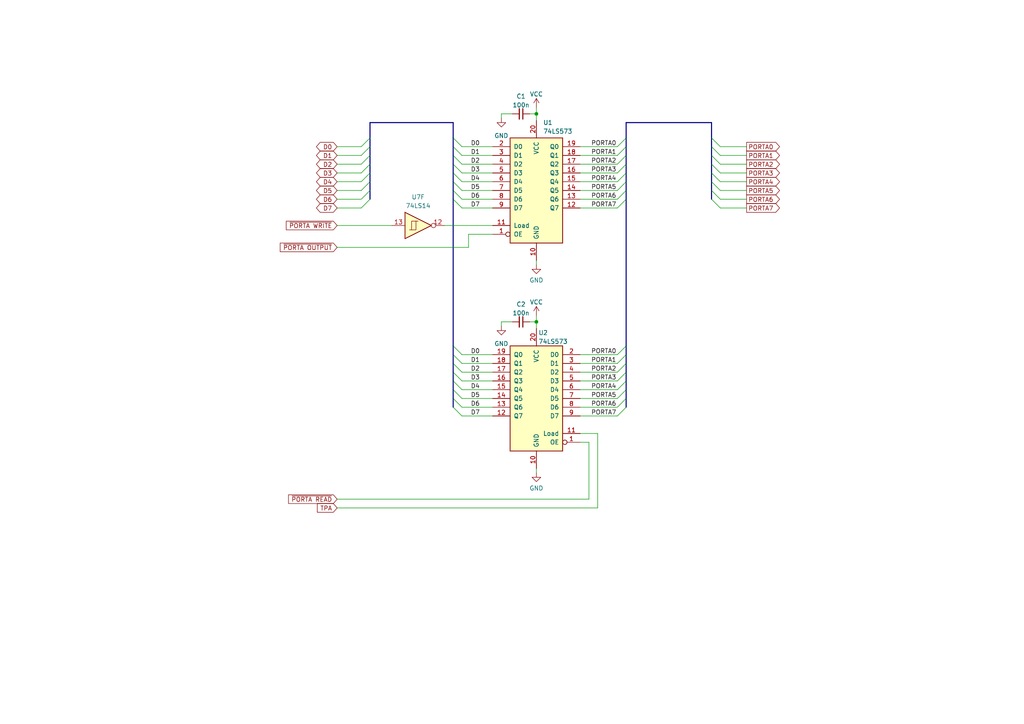
<source format=kicad_sch>
(kicad_sch (version 20230121) (generator eeschema)

  (uuid 5c309221-fd40-4a3f-a436-8cf1388cf367)

  (paper "A4")

  (lib_symbols
    (symbol "74xx:74LS14" (pin_names (offset 1.016)) (in_bom yes) (on_board yes)
      (property "Reference" "U" (at 0 1.27 0)
        (effects (font (size 1.27 1.27)))
      )
      (property "Value" "74LS14" (at 0 -1.27 0)
        (effects (font (size 1.27 1.27)))
      )
      (property "Footprint" "" (at 0 0 0)
        (effects (font (size 1.27 1.27)) hide)
      )
      (property "Datasheet" "http://www.ti.com/lit/gpn/sn74LS14" (at 0 0 0)
        (effects (font (size 1.27 1.27)) hide)
      )
      (property "ki_locked" "" (at 0 0 0)
        (effects (font (size 1.27 1.27)))
      )
      (property "ki_keywords" "TTL not inverter" (at 0 0 0)
        (effects (font (size 1.27 1.27)) hide)
      )
      (property "ki_description" "Hex inverter schmitt trigger" (at 0 0 0)
        (effects (font (size 1.27 1.27)) hide)
      )
      (property "ki_fp_filters" "DIP*W7.62mm*" (at 0 0 0)
        (effects (font (size 1.27 1.27)) hide)
      )
      (symbol "74LS14_1_0"
        (polyline
          (pts
            (xy -3.81 3.81)
            (xy -3.81 -3.81)
            (xy 3.81 0)
            (xy -3.81 3.81)
          )
          (stroke (width 0.254) (type default))
          (fill (type background))
        )
        (pin input line (at -7.62 0 0) (length 3.81)
          (name "~" (effects (font (size 1.27 1.27))))
          (number "1" (effects (font (size 1.27 1.27))))
        )
        (pin output inverted (at 7.62 0 180) (length 3.81)
          (name "~" (effects (font (size 1.27 1.27))))
          (number "2" (effects (font (size 1.27 1.27))))
        )
      )
      (symbol "74LS14_1_1"
        (polyline
          (pts
            (xy -1.905 -1.27)
            (xy -1.905 1.27)
            (xy -0.635 1.27)
          )
          (stroke (width 0) (type default))
          (fill (type none))
        )
        (polyline
          (pts
            (xy -2.54 -1.27)
            (xy -0.635 -1.27)
            (xy -0.635 1.27)
            (xy 0 1.27)
          )
          (stroke (width 0) (type default))
          (fill (type none))
        )
      )
      (symbol "74LS14_2_0"
        (polyline
          (pts
            (xy -3.81 3.81)
            (xy -3.81 -3.81)
            (xy 3.81 0)
            (xy -3.81 3.81)
          )
          (stroke (width 0.254) (type default))
          (fill (type background))
        )
        (pin input line (at -7.62 0 0) (length 3.81)
          (name "~" (effects (font (size 1.27 1.27))))
          (number "3" (effects (font (size 1.27 1.27))))
        )
        (pin output inverted (at 7.62 0 180) (length 3.81)
          (name "~" (effects (font (size 1.27 1.27))))
          (number "4" (effects (font (size 1.27 1.27))))
        )
      )
      (symbol "74LS14_2_1"
        (polyline
          (pts
            (xy -1.905 -1.27)
            (xy -1.905 1.27)
            (xy -0.635 1.27)
          )
          (stroke (width 0) (type default))
          (fill (type none))
        )
        (polyline
          (pts
            (xy -2.54 -1.27)
            (xy -0.635 -1.27)
            (xy -0.635 1.27)
            (xy 0 1.27)
          )
          (stroke (width 0) (type default))
          (fill (type none))
        )
      )
      (symbol "74LS14_3_0"
        (polyline
          (pts
            (xy -3.81 3.81)
            (xy -3.81 -3.81)
            (xy 3.81 0)
            (xy -3.81 3.81)
          )
          (stroke (width 0.254) (type default))
          (fill (type background))
        )
        (pin input line (at -7.62 0 0) (length 3.81)
          (name "~" (effects (font (size 1.27 1.27))))
          (number "5" (effects (font (size 1.27 1.27))))
        )
        (pin output inverted (at 7.62 0 180) (length 3.81)
          (name "~" (effects (font (size 1.27 1.27))))
          (number "6" (effects (font (size 1.27 1.27))))
        )
      )
      (symbol "74LS14_3_1"
        (polyline
          (pts
            (xy -1.905 -1.27)
            (xy -1.905 1.27)
            (xy -0.635 1.27)
          )
          (stroke (width 0) (type default))
          (fill (type none))
        )
        (polyline
          (pts
            (xy -2.54 -1.27)
            (xy -0.635 -1.27)
            (xy -0.635 1.27)
            (xy 0 1.27)
          )
          (stroke (width 0) (type default))
          (fill (type none))
        )
      )
      (symbol "74LS14_4_0"
        (polyline
          (pts
            (xy -3.81 3.81)
            (xy -3.81 -3.81)
            (xy 3.81 0)
            (xy -3.81 3.81)
          )
          (stroke (width 0.254) (type default))
          (fill (type background))
        )
        (pin output inverted (at 7.62 0 180) (length 3.81)
          (name "~" (effects (font (size 1.27 1.27))))
          (number "8" (effects (font (size 1.27 1.27))))
        )
        (pin input line (at -7.62 0 0) (length 3.81)
          (name "~" (effects (font (size 1.27 1.27))))
          (number "9" (effects (font (size 1.27 1.27))))
        )
      )
      (symbol "74LS14_4_1"
        (polyline
          (pts
            (xy -1.905 -1.27)
            (xy -1.905 1.27)
            (xy -0.635 1.27)
          )
          (stroke (width 0) (type default))
          (fill (type none))
        )
        (polyline
          (pts
            (xy -2.54 -1.27)
            (xy -0.635 -1.27)
            (xy -0.635 1.27)
            (xy 0 1.27)
          )
          (stroke (width 0) (type default))
          (fill (type none))
        )
      )
      (symbol "74LS14_5_0"
        (polyline
          (pts
            (xy -3.81 3.81)
            (xy -3.81 -3.81)
            (xy 3.81 0)
            (xy -3.81 3.81)
          )
          (stroke (width 0.254) (type default))
          (fill (type background))
        )
        (pin output inverted (at 7.62 0 180) (length 3.81)
          (name "~" (effects (font (size 1.27 1.27))))
          (number "10" (effects (font (size 1.27 1.27))))
        )
        (pin input line (at -7.62 0 0) (length 3.81)
          (name "~" (effects (font (size 1.27 1.27))))
          (number "11" (effects (font (size 1.27 1.27))))
        )
      )
      (symbol "74LS14_5_1"
        (polyline
          (pts
            (xy -1.905 -1.27)
            (xy -1.905 1.27)
            (xy -0.635 1.27)
          )
          (stroke (width 0) (type default))
          (fill (type none))
        )
        (polyline
          (pts
            (xy -2.54 -1.27)
            (xy -0.635 -1.27)
            (xy -0.635 1.27)
            (xy 0 1.27)
          )
          (stroke (width 0) (type default))
          (fill (type none))
        )
      )
      (symbol "74LS14_6_0"
        (polyline
          (pts
            (xy -3.81 3.81)
            (xy -3.81 -3.81)
            (xy 3.81 0)
            (xy -3.81 3.81)
          )
          (stroke (width 0.254) (type default))
          (fill (type background))
        )
        (pin output inverted (at 7.62 0 180) (length 3.81)
          (name "~" (effects (font (size 1.27 1.27))))
          (number "12" (effects (font (size 1.27 1.27))))
        )
        (pin input line (at -7.62 0 0) (length 3.81)
          (name "~" (effects (font (size 1.27 1.27))))
          (number "13" (effects (font (size 1.27 1.27))))
        )
      )
      (symbol "74LS14_6_1"
        (polyline
          (pts
            (xy -1.905 -1.27)
            (xy -1.905 1.27)
            (xy -0.635 1.27)
          )
          (stroke (width 0) (type default))
          (fill (type none))
        )
        (polyline
          (pts
            (xy -2.54 -1.27)
            (xy -0.635 -1.27)
            (xy -0.635 1.27)
            (xy 0 1.27)
          )
          (stroke (width 0) (type default))
          (fill (type none))
        )
      )
      (symbol "74LS14_7_0"
        (pin power_in line (at 0 12.7 270) (length 5.08)
          (name "VCC" (effects (font (size 1.27 1.27))))
          (number "14" (effects (font (size 1.27 1.27))))
        )
        (pin power_in line (at 0 -12.7 90) (length 5.08)
          (name "GND" (effects (font (size 1.27 1.27))))
          (number "7" (effects (font (size 1.27 1.27))))
        )
      )
      (symbol "74LS14_7_1"
        (rectangle (start -5.08 7.62) (end 5.08 -7.62)
          (stroke (width 0.254) (type default))
          (fill (type background))
        )
      )
    )
    (symbol "74xx:74LS573" (pin_names (offset 1.016)) (in_bom yes) (on_board yes)
      (property "Reference" "U" (at -7.62 16.51 0)
        (effects (font (size 1.27 1.27)))
      )
      (property "Value" "74LS573" (at -7.62 -16.51 0)
        (effects (font (size 1.27 1.27)))
      )
      (property "Footprint" "" (at 0 0 0)
        (effects (font (size 1.27 1.27)) hide)
      )
      (property "Datasheet" "74xx/74hc573.pdf" (at 0 0 0)
        (effects (font (size 1.27 1.27)) hide)
      )
      (property "ki_locked" "" (at 0 0 0)
        (effects (font (size 1.27 1.27)))
      )
      (property "ki_keywords" "TTL DFF DFF8 LATCH 3State" (at 0 0 0)
        (effects (font (size 1.27 1.27)) hide)
      )
      (property "ki_description" "8-bit Latch 3-state outputs" (at 0 0 0)
        (effects (font (size 1.27 1.27)) hide)
      )
      (property "ki_fp_filters" "DIP?20*" (at 0 0 0)
        (effects (font (size 1.27 1.27)) hide)
      )
      (symbol "74LS573_1_0"
        (pin input inverted (at -12.7 -12.7 0) (length 5.08)
          (name "OE" (effects (font (size 1.27 1.27))))
          (number "1" (effects (font (size 1.27 1.27))))
        )
        (pin power_in line (at 0 -20.32 90) (length 5.08)
          (name "GND" (effects (font (size 1.27 1.27))))
          (number "10" (effects (font (size 1.27 1.27))))
        )
        (pin input line (at -12.7 -10.16 0) (length 5.08)
          (name "Load" (effects (font (size 1.27 1.27))))
          (number "11" (effects (font (size 1.27 1.27))))
        )
        (pin tri_state line (at 12.7 -5.08 180) (length 5.08)
          (name "Q7" (effects (font (size 1.27 1.27))))
          (number "12" (effects (font (size 1.27 1.27))))
        )
        (pin tri_state line (at 12.7 -2.54 180) (length 5.08)
          (name "Q6" (effects (font (size 1.27 1.27))))
          (number "13" (effects (font (size 1.27 1.27))))
        )
        (pin tri_state line (at 12.7 0 180) (length 5.08)
          (name "Q5" (effects (font (size 1.27 1.27))))
          (number "14" (effects (font (size 1.27 1.27))))
        )
        (pin tri_state line (at 12.7 2.54 180) (length 5.08)
          (name "Q4" (effects (font (size 1.27 1.27))))
          (number "15" (effects (font (size 1.27 1.27))))
        )
        (pin tri_state line (at 12.7 5.08 180) (length 5.08)
          (name "Q3" (effects (font (size 1.27 1.27))))
          (number "16" (effects (font (size 1.27 1.27))))
        )
        (pin tri_state line (at 12.7 7.62 180) (length 5.08)
          (name "Q2" (effects (font (size 1.27 1.27))))
          (number "17" (effects (font (size 1.27 1.27))))
        )
        (pin tri_state line (at 12.7 10.16 180) (length 5.08)
          (name "Q1" (effects (font (size 1.27 1.27))))
          (number "18" (effects (font (size 1.27 1.27))))
        )
        (pin tri_state line (at 12.7 12.7 180) (length 5.08)
          (name "Q0" (effects (font (size 1.27 1.27))))
          (number "19" (effects (font (size 1.27 1.27))))
        )
        (pin input line (at -12.7 12.7 0) (length 5.08)
          (name "D0" (effects (font (size 1.27 1.27))))
          (number "2" (effects (font (size 1.27 1.27))))
        )
        (pin power_in line (at 0 20.32 270) (length 5.08)
          (name "VCC" (effects (font (size 1.27 1.27))))
          (number "20" (effects (font (size 1.27 1.27))))
        )
        (pin input line (at -12.7 10.16 0) (length 5.08)
          (name "D1" (effects (font (size 1.27 1.27))))
          (number "3" (effects (font (size 1.27 1.27))))
        )
        (pin input line (at -12.7 7.62 0) (length 5.08)
          (name "D2" (effects (font (size 1.27 1.27))))
          (number "4" (effects (font (size 1.27 1.27))))
        )
        (pin input line (at -12.7 5.08 0) (length 5.08)
          (name "D3" (effects (font (size 1.27 1.27))))
          (number "5" (effects (font (size 1.27 1.27))))
        )
        (pin input line (at -12.7 2.54 0) (length 5.08)
          (name "D4" (effects (font (size 1.27 1.27))))
          (number "6" (effects (font (size 1.27 1.27))))
        )
        (pin input line (at -12.7 0 0) (length 5.08)
          (name "D5" (effects (font (size 1.27 1.27))))
          (number "7" (effects (font (size 1.27 1.27))))
        )
        (pin input line (at -12.7 -2.54 0) (length 5.08)
          (name "D6" (effects (font (size 1.27 1.27))))
          (number "8" (effects (font (size 1.27 1.27))))
        )
        (pin input line (at -12.7 -5.08 0) (length 5.08)
          (name "D7" (effects (font (size 1.27 1.27))))
          (number "9" (effects (font (size 1.27 1.27))))
        )
      )
      (symbol "74LS573_1_1"
        (rectangle (start -7.62 15.24) (end 7.62 -15.24)
          (stroke (width 0.254) (type default))
          (fill (type background))
        )
      )
    )
    (symbol "Device:C_Small" (pin_numbers hide) (pin_names (offset 0.254) hide) (in_bom yes) (on_board yes)
      (property "Reference" "C" (at 0.254 1.778 0)
        (effects (font (size 1.27 1.27)) (justify left))
      )
      (property "Value" "C_Small" (at 0.254 -2.032 0)
        (effects (font (size 1.27 1.27)) (justify left))
      )
      (property "Footprint" "" (at 0 0 0)
        (effects (font (size 1.27 1.27)) hide)
      )
      (property "Datasheet" "~" (at 0 0 0)
        (effects (font (size 1.27 1.27)) hide)
      )
      (property "ki_keywords" "capacitor cap" (at 0 0 0)
        (effects (font (size 1.27 1.27)) hide)
      )
      (property "ki_description" "Unpolarized capacitor, small symbol" (at 0 0 0)
        (effects (font (size 1.27 1.27)) hide)
      )
      (property "ki_fp_filters" "C_*" (at 0 0 0)
        (effects (font (size 1.27 1.27)) hide)
      )
      (symbol "C_Small_0_1"
        (polyline
          (pts
            (xy -1.524 -0.508)
            (xy 1.524 -0.508)
          )
          (stroke (width 0.3302) (type default))
          (fill (type none))
        )
        (polyline
          (pts
            (xy -1.524 0.508)
            (xy 1.524 0.508)
          )
          (stroke (width 0.3048) (type default))
          (fill (type none))
        )
      )
      (symbol "C_Small_1_1"
        (pin passive line (at 0 2.54 270) (length 2.032)
          (name "~" (effects (font (size 1.27 1.27))))
          (number "1" (effects (font (size 1.27 1.27))))
        )
        (pin passive line (at 0 -2.54 90) (length 2.032)
          (name "~" (effects (font (size 1.27 1.27))))
          (number "2" (effects (font (size 1.27 1.27))))
        )
      )
    )
    (symbol "power:GND" (power) (pin_names (offset 0)) (in_bom yes) (on_board yes)
      (property "Reference" "#PWR" (at 0 -6.35 0)
        (effects (font (size 1.27 1.27)) hide)
      )
      (property "Value" "GND" (at 0 -3.81 0)
        (effects (font (size 1.27 1.27)))
      )
      (property "Footprint" "" (at 0 0 0)
        (effects (font (size 1.27 1.27)) hide)
      )
      (property "Datasheet" "" (at 0 0 0)
        (effects (font (size 1.27 1.27)) hide)
      )
      (property "ki_keywords" "global power" (at 0 0 0)
        (effects (font (size 1.27 1.27)) hide)
      )
      (property "ki_description" "Power symbol creates a global label with name \"GND\" , ground" (at 0 0 0)
        (effects (font (size 1.27 1.27)) hide)
      )
      (symbol "GND_0_1"
        (polyline
          (pts
            (xy 0 0)
            (xy 0 -1.27)
            (xy 1.27 -1.27)
            (xy 0 -2.54)
            (xy -1.27 -1.27)
            (xy 0 -1.27)
          )
          (stroke (width 0) (type default))
          (fill (type none))
        )
      )
      (symbol "GND_1_1"
        (pin power_in line (at 0 0 270) (length 0) hide
          (name "GND" (effects (font (size 1.27 1.27))))
          (number "1" (effects (font (size 1.27 1.27))))
        )
      )
    )
    (symbol "power:VCC" (power) (pin_names (offset 0)) (in_bom yes) (on_board yes)
      (property "Reference" "#PWR" (at 0 -3.81 0)
        (effects (font (size 1.27 1.27)) hide)
      )
      (property "Value" "VCC" (at 0 3.81 0)
        (effects (font (size 1.27 1.27)))
      )
      (property "Footprint" "" (at 0 0 0)
        (effects (font (size 1.27 1.27)) hide)
      )
      (property "Datasheet" "" (at 0 0 0)
        (effects (font (size 1.27 1.27)) hide)
      )
      (property "ki_keywords" "global power" (at 0 0 0)
        (effects (font (size 1.27 1.27)) hide)
      )
      (property "ki_description" "Power symbol creates a global label with name \"VCC\"" (at 0 0 0)
        (effects (font (size 1.27 1.27)) hide)
      )
      (symbol "VCC_0_1"
        (polyline
          (pts
            (xy -0.762 1.27)
            (xy 0 2.54)
          )
          (stroke (width 0) (type default))
          (fill (type none))
        )
        (polyline
          (pts
            (xy 0 0)
            (xy 0 2.54)
          )
          (stroke (width 0) (type default))
          (fill (type none))
        )
        (polyline
          (pts
            (xy 0 2.54)
            (xy 0.762 1.27)
          )
          (stroke (width 0) (type default))
          (fill (type none))
        )
      )
      (symbol "VCC_1_1"
        (pin power_in line (at 0 0 90) (length 0) hide
          (name "VCC" (effects (font (size 1.27 1.27))))
          (number "1" (effects (font (size 1.27 1.27))))
        )
      )
    )
  )

  (junction (at 155.575 93.345) (diameter 0) (color 0 0 0 0)
    (uuid 58357c06-5378-4bdb-a0e1-8c13c2c3b92c)
  )
  (junction (at 155.575 33.02) (diameter 0) (color 0 0 0 0)
    (uuid 5e8f1e8a-e5e4-4788-ac67-fe1792843e70)
  )

  (bus_entry (at 206.375 50.165) (size 2.54 2.54)
    (stroke (width 0) (type default))
    (uuid 0116fbea-65ff-4529-88a5-e6d0160043e4)
  )
  (bus_entry (at 107.315 55.245) (size -2.54 2.54)
    (stroke (width 0) (type default))
    (uuid 074df98d-f20d-4994-8975-57ea0fcebadc)
  )
  (bus_entry (at 181.61 47.625) (size -2.54 2.54)
    (stroke (width 0) (type default))
    (uuid 0835949a-3c26-4fca-a526-e931f6408710)
  )
  (bus_entry (at 181.61 100.33) (size -2.54 2.54)
    (stroke (width 0) (type default))
    (uuid 0fe167cf-f0ba-4f3c-8bed-66e641072fdf)
  )
  (bus_entry (at 131.445 55.245) (size 2.54 2.54)
    (stroke (width 0) (type default))
    (uuid 13d1f117-32af-45fd-b219-49e8e6533059)
  )
  (bus_entry (at 181.61 42.545) (size -2.54 2.54)
    (stroke (width 0) (type default))
    (uuid 1ae27835-d1c2-47ff-a457-67c853de7e89)
  )
  (bus_entry (at 181.61 50.165) (size -2.54 2.54)
    (stroke (width 0) (type default))
    (uuid 2044b4f6-e252-4687-93d4-22617563ce8a)
  )
  (bus_entry (at 131.445 52.705) (size 2.54 2.54)
    (stroke (width 0) (type default))
    (uuid 265e1c43-7fa1-4b4f-b7f9-0a57020f3fad)
  )
  (bus_entry (at 181.61 57.785) (size -2.54 2.54)
    (stroke (width 0) (type default))
    (uuid 37c59ea4-a80d-40d5-b84e-3bbfc721b991)
  )
  (bus_entry (at 131.445 105.41) (size 2.54 2.54)
    (stroke (width 0) (type default))
    (uuid 3a855bc7-0c87-4afc-a47a-771a65a7fac4)
  )
  (bus_entry (at 206.375 42.545) (size 2.54 2.54)
    (stroke (width 0) (type default))
    (uuid 46433902-35ad-4d9b-8314-1a999ace49e7)
  )
  (bus_entry (at 131.445 47.625) (size 2.54 2.54)
    (stroke (width 0) (type default))
    (uuid 47b0f592-a59b-4e82-92f1-c9a389ced8bd)
  )
  (bus_entry (at 131.445 50.165) (size 2.54 2.54)
    (stroke (width 0) (type default))
    (uuid 4ecc69d2-ddef-41e9-a254-1abf847f3373)
  )
  (bus_entry (at 131.445 42.545) (size 2.54 2.54)
    (stroke (width 0) (type default))
    (uuid 56e19dfb-9481-42f5-9913-966d535ba751)
  )
  (bus_entry (at 181.61 102.87) (size -2.54 2.54)
    (stroke (width 0) (type default))
    (uuid 5e3d383a-bafc-4af9-8d24-5bc2e2293a6e)
  )
  (bus_entry (at 131.445 40.005) (size 2.54 2.54)
    (stroke (width 0) (type default))
    (uuid 600c7722-a2b4-4dd6-865b-5daca955405c)
  )
  (bus_entry (at 107.315 40.005) (size -2.54 2.54)
    (stroke (width 0) (type default))
    (uuid 67b42a8f-286d-4841-badb-c9f8559431eb)
  )
  (bus_entry (at 131.445 102.87) (size 2.54 2.54)
    (stroke (width 0) (type default))
    (uuid 711e8e07-a2f3-4fd3-96e9-adfe22cccbf9)
  )
  (bus_entry (at 131.445 100.33) (size 2.54 2.54)
    (stroke (width 0) (type default))
    (uuid 7718c334-d9ba-4541-b7b0-dadb6e1d7c3d)
  )
  (bus_entry (at 206.375 40.005) (size 2.54 2.54)
    (stroke (width 0) (type default))
    (uuid 7cb5b198-5a82-4fba-a27e-90c168f2d378)
  )
  (bus_entry (at 131.445 107.95) (size 2.54 2.54)
    (stroke (width 0) (type default))
    (uuid 7e207304-c7b6-4f55-95ff-5b0275a2a21c)
  )
  (bus_entry (at 131.445 115.57) (size 2.54 2.54)
    (stroke (width 0) (type default))
    (uuid 7fbb467a-0aed-475c-b8ac-046454456370)
  )
  (bus_entry (at 181.61 55.245) (size -2.54 2.54)
    (stroke (width 0) (type default))
    (uuid 7fea30c2-0361-4935-b176-e450849441ab)
  )
  (bus_entry (at 181.61 52.705) (size -2.54 2.54)
    (stroke (width 0) (type default))
    (uuid 84e80188-0a37-4d99-87f2-b4a5ee64e5a4)
  )
  (bus_entry (at 131.445 118.11) (size 2.54 2.54)
    (stroke (width 0) (type default))
    (uuid 8f46a7fc-5271-428c-a18e-1411d0c7f2d6)
  )
  (bus_entry (at 107.315 47.625) (size -2.54 2.54)
    (stroke (width 0) (type default))
    (uuid 93de9c19-d9d1-4b89-a7df-0e77a873239e)
  )
  (bus_entry (at 107.315 42.545) (size -2.54 2.54)
    (stroke (width 0) (type default))
    (uuid 94b9030f-4cdb-4839-919a-5741fb11cdbc)
  )
  (bus_entry (at 181.61 105.41) (size -2.54 2.54)
    (stroke (width 0) (type default))
    (uuid 954e0c03-f100-4abf-a451-61c82ce6d843)
  )
  (bus_entry (at 181.61 115.57) (size -2.54 2.54)
    (stroke (width 0) (type default))
    (uuid 9db75c8b-5bd5-4d16-b3a0-9c8bd7baf0d6)
  )
  (bus_entry (at 107.315 45.085) (size -2.54 2.54)
    (stroke (width 0) (type default))
    (uuid a4a3379d-d678-4456-88b9-70d31ac8e2e0)
  )
  (bus_entry (at 181.61 45.085) (size -2.54 2.54)
    (stroke (width 0) (type default))
    (uuid a532b8b6-3e92-4e07-8248-14cd8b705903)
  )
  (bus_entry (at 131.445 45.085) (size 2.54 2.54)
    (stroke (width 0) (type default))
    (uuid ae379953-9d74-4b4b-a1e8-278ce47d7c6d)
  )
  (bus_entry (at 206.375 45.085) (size 2.54 2.54)
    (stroke (width 0) (type default))
    (uuid b4050b62-8670-4926-bca9-848eb8afb55a)
  )
  (bus_entry (at 206.375 55.245) (size 2.54 2.54)
    (stroke (width 0) (type default))
    (uuid b987b1ca-118b-41dd-a09a-67b2c04e17bc)
  )
  (bus_entry (at 206.375 57.785) (size 2.54 2.54)
    (stroke (width 0) (type default))
    (uuid bf26f1a5-5351-4434-8cd7-cac70594fcb8)
  )
  (bus_entry (at 107.315 50.165) (size -2.54 2.54)
    (stroke (width 0) (type default))
    (uuid c6489a99-d6b5-440d-a721-8f715d84ded9)
  )
  (bus_entry (at 107.315 52.705) (size -2.54 2.54)
    (stroke (width 0) (type default))
    (uuid c701007b-7bfa-4992-975d-0eeecab74e7d)
  )
  (bus_entry (at 181.61 118.11) (size -2.54 2.54)
    (stroke (width 0) (type default))
    (uuid d0f30295-29d3-49cc-b4da-9e06ce6f1e9b)
  )
  (bus_entry (at 107.315 57.785) (size -2.54 2.54)
    (stroke (width 0) (type default))
    (uuid db31c9f1-e48b-4a19-b7c1-b8bb5fe88c72)
  )
  (bus_entry (at 206.375 47.625) (size 2.54 2.54)
    (stroke (width 0) (type default))
    (uuid dd076491-761d-46b9-a133-b8d8f57be655)
  )
  (bus_entry (at 206.375 52.705) (size 2.54 2.54)
    (stroke (width 0) (type default))
    (uuid dfdaf921-7e89-4cdb-9a3d-80e2e7ca797e)
  )
  (bus_entry (at 181.61 110.49) (size -2.54 2.54)
    (stroke (width 0) (type default))
    (uuid e4ee40cd-faa1-4b5d-8b08-9cfd07c90039)
  )
  (bus_entry (at 181.61 40.005) (size -2.54 2.54)
    (stroke (width 0) (type default))
    (uuid f01fb019-65eb-4f2f-9fec-9bd094239df2)
  )
  (bus_entry (at 131.445 113.03) (size 2.54 2.54)
    (stroke (width 0) (type default))
    (uuid f28784f3-5a64-4539-84db-b921d5ae45e9)
  )
  (bus_entry (at 131.445 57.785) (size 2.54 2.54)
    (stroke (width 0) (type default))
    (uuid f28d0dd3-a72d-455c-99ea-09fdb9d9e2ac)
  )
  (bus_entry (at 181.61 113.03) (size -2.54 2.54)
    (stroke (width 0) (type default))
    (uuid f3f64e1c-5868-4321-8e2b-dcb36137255a)
  )
  (bus_entry (at 131.445 110.49) (size 2.54 2.54)
    (stroke (width 0) (type default))
    (uuid f61cc8fc-d794-4e91-96dc-56cb463a5d25)
  )
  (bus_entry (at 181.61 107.95) (size -2.54 2.54)
    (stroke (width 0) (type default))
    (uuid f84723fa-9885-456a-b9f4-a22573c5a388)
  )

  (wire (pts (xy 155.575 135.89) (xy 155.575 137.16))
    (stroke (width 0) (type default))
    (uuid 0071dd2f-fb4f-4949-99c9-20a1fe803c25)
  )
  (wire (pts (xy 135.89 67.945) (xy 135.89 71.755))
    (stroke (width 0) (type default))
    (uuid 023008cd-19ce-4985-b5c1-7eb33fc0d83c)
  )
  (bus (pts (xy 206.375 50.165) (xy 206.375 52.705))
    (stroke (width 0) (type default))
    (uuid 0317dacc-7fc6-4eb2-99ca-ea25118ef269)
  )
  (bus (pts (xy 181.61 107.95) (xy 181.61 105.41))
    (stroke (width 0) (type default))
    (uuid 04135423-9a47-4554-a04b-89fd7e667bbd)
  )

  (wire (pts (xy 133.985 115.57) (xy 142.875 115.57))
    (stroke (width 0) (type default))
    (uuid 05bdd428-34aa-41bc-b884-91bf5adfdf0f)
  )
  (wire (pts (xy 145.415 93.345) (xy 145.415 94.615))
    (stroke (width 0) (type default))
    (uuid 084adac5-1f1d-428e-9092-d82228c52b7e)
  )
  (bus (pts (xy 107.315 45.085) (xy 107.315 47.625))
    (stroke (width 0) (type default))
    (uuid 0c7427f0-b18f-4aa9-b2b7-7ef3de548d17)
  )

  (wire (pts (xy 168.275 50.165) (xy 179.07 50.165))
    (stroke (width 0) (type default))
    (uuid 0d0a1a10-96ba-4cca-be49-dcf46a0e331e)
  )
  (bus (pts (xy 181.61 35.56) (xy 206.375 35.56))
    (stroke (width 0) (type default))
    (uuid 0e63c946-f6f1-4ce4-a048-bde84c02bcf1)
  )

  (wire (pts (xy 97.79 147.32) (xy 173.355 147.32))
    (stroke (width 0) (type default))
    (uuid 0eabb9ff-4144-4bba-8500-251535a2a736)
  )
  (wire (pts (xy 133.985 57.785) (xy 142.875 57.785))
    (stroke (width 0) (type default))
    (uuid 10349372-9ded-4c99-a021-7b375557f360)
  )
  (wire (pts (xy 168.275 55.245) (xy 179.07 55.245))
    (stroke (width 0) (type default))
    (uuid 104f978f-8b34-4ff4-a69e-766a87024e64)
  )
  (bus (pts (xy 131.445 42.545) (xy 131.445 40.005))
    (stroke (width 0) (type default))
    (uuid 1a8e5c1b-a8d0-412e-a00b-4593962c47d5)
  )
  (bus (pts (xy 131.445 35.56) (xy 107.315 35.56))
    (stroke (width 0) (type default))
    (uuid 1d8312d2-f06a-4e45-86c6-db8a283981e5)
  )

  (wire (pts (xy 133.985 42.545) (xy 142.875 42.545))
    (stroke (width 0) (type default))
    (uuid 2042f1fc-59b0-4b1d-9185-89a63c8b8863)
  )
  (wire (pts (xy 168.275 52.705) (xy 179.07 52.705))
    (stroke (width 0) (type default))
    (uuid 23bb2d93-bcab-493e-b45a-433e153bdf16)
  )
  (bus (pts (xy 131.445 107.95) (xy 131.445 105.41))
    (stroke (width 0) (type default))
    (uuid 251ca653-6e7c-4cae-a62f-f216230d6337)
  )

  (wire (pts (xy 153.67 93.345) (xy 155.575 93.345))
    (stroke (width 0) (type default))
    (uuid 25434226-7b6f-4128-b5a9-647f9d4cd5d5)
  )
  (wire (pts (xy 168.275 110.49) (xy 179.07 110.49))
    (stroke (width 0) (type default))
    (uuid 2543d688-2a0c-4d47-9e99-174cc67751d9)
  )
  (wire (pts (xy 133.985 105.41) (xy 142.875 105.41))
    (stroke (width 0) (type default))
    (uuid 27d3d6e5-7e1d-4e81-9d32-ba1c709b60af)
  )
  (bus (pts (xy 131.445 57.785) (xy 131.445 55.245))
    (stroke (width 0) (type default))
    (uuid 2b5dbb0a-58aa-4fa0-be1e-d9a0fc09e665)
  )
  (bus (pts (xy 107.315 42.545) (xy 107.315 45.085))
    (stroke (width 0) (type default))
    (uuid 2badcd45-2401-455f-9004-629218e04456)
  )
  (bus (pts (xy 131.445 40.005) (xy 131.445 35.56))
    (stroke (width 0) (type default))
    (uuid 2e742da5-ceec-4fa6-80ff-28f8afd2b6e7)
  )

  (wire (pts (xy 153.67 33.02) (xy 155.575 33.02))
    (stroke (width 0) (type default))
    (uuid 2f950c2b-c8eb-4d9b-94f2-4c5c9193c011)
  )
  (wire (pts (xy 133.985 118.11) (xy 142.875 118.11))
    (stroke (width 0) (type default))
    (uuid 3331ef80-aa96-426f-966c-c811a012fc7a)
  )
  (wire (pts (xy 133.985 55.245) (xy 142.875 55.245))
    (stroke (width 0) (type default))
    (uuid 3945599a-0778-4550-bacf-74420932b5c7)
  )
  (wire (pts (xy 97.79 52.705) (xy 104.775 52.705))
    (stroke (width 0) (type default))
    (uuid 3a17da4f-d5ee-4eda-92c0-d0af902fd1ce)
  )
  (bus (pts (xy 181.61 110.49) (xy 181.61 107.95))
    (stroke (width 0) (type default))
    (uuid 41e5139f-d821-4b94-b139-2ba451011532)
  )
  (bus (pts (xy 181.61 105.41) (xy 181.61 102.87))
    (stroke (width 0) (type default))
    (uuid 41f1ecf1-2cb7-4ba6-a1ec-a6c985a82885)
  )
  (bus (pts (xy 181.61 52.705) (xy 181.61 50.165))
    (stroke (width 0) (type default))
    (uuid 4609b11f-43a1-4e1a-b3a2-4709e2bb5dcf)
  )
  (bus (pts (xy 181.61 113.03) (xy 181.61 110.49))
    (stroke (width 0) (type default))
    (uuid 488c515d-986f-4913-894a-e000604e85d3)
  )
  (bus (pts (xy 181.61 50.165) (xy 181.61 47.625))
    (stroke (width 0) (type default))
    (uuid 49daa977-f70f-496a-bc09-b762b61b3296)
  )

  (wire (pts (xy 97.79 65.405) (xy 113.665 65.405))
    (stroke (width 0) (type default))
    (uuid 4d60e4b7-dc0b-4e00-8fe9-972eeb7b9c1d)
  )
  (wire (pts (xy 208.915 55.245) (xy 216.535 55.245))
    (stroke (width 0) (type default))
    (uuid 508d2b1d-47bd-49b9-aa3d-fc9fb0b37fbe)
  )
  (bus (pts (xy 131.445 110.49) (xy 131.445 107.95))
    (stroke (width 0) (type default))
    (uuid 52604feb-1285-4427-8705-626e4b062d22)
  )
  (bus (pts (xy 181.61 47.625) (xy 181.61 45.085))
    (stroke (width 0) (type default))
    (uuid 560088c1-1e7c-4ea3-93fc-d5b6885a56f3)
  )
  (bus (pts (xy 131.445 100.33) (xy 131.445 57.785))
    (stroke (width 0) (type default))
    (uuid 5630b1d5-ade2-433a-8e64-9844d0a20342)
  )

  (wire (pts (xy 168.275 107.95) (xy 179.07 107.95))
    (stroke (width 0) (type default))
    (uuid 578667eb-10ce-4035-8dd1-98ad290d74e1)
  )
  (bus (pts (xy 206.375 52.705) (xy 206.375 55.245))
    (stroke (width 0) (type default))
    (uuid 5c77b9cd-b349-4d61-9651-a8cf03b948a8)
  )

  (wire (pts (xy 97.79 47.625) (xy 104.775 47.625))
    (stroke (width 0) (type default))
    (uuid 5d7ddb99-997b-4b36-a30d-f52c33f2bfe4)
  )
  (bus (pts (xy 131.445 47.625) (xy 131.445 45.085))
    (stroke (width 0) (type default))
    (uuid 601a5fb3-41ee-4e2c-b77c-0bbe39e3a0d1)
  )

  (wire (pts (xy 145.415 33.02) (xy 145.415 34.29))
    (stroke (width 0) (type default))
    (uuid 61c6dec4-5a6f-4360-8865-84e227c698a6)
  )
  (wire (pts (xy 128.905 65.405) (xy 142.875 65.405))
    (stroke (width 0) (type default))
    (uuid 66a4fcee-a3ce-4c81-82eb-5708831d9273)
  )
  (bus (pts (xy 107.315 55.245) (xy 107.315 57.785))
    (stroke (width 0) (type default))
    (uuid 677ab86a-189c-435f-ae83-ea29db584915)
  )
  (bus (pts (xy 181.61 42.545) (xy 181.61 40.005))
    (stroke (width 0) (type default))
    (uuid 699623b4-c23d-4119-92c1-4b50343b5d35)
  )
  (bus (pts (xy 181.61 57.785) (xy 181.61 55.245))
    (stroke (width 0) (type default))
    (uuid 6d5f5549-72cc-4b0d-ac33-c19c2bdb62d3)
  )

  (wire (pts (xy 148.59 33.02) (xy 145.415 33.02))
    (stroke (width 0) (type default))
    (uuid 6e72dda9-3e16-45de-88fa-1847e3cd8da4)
  )
  (bus (pts (xy 131.445 55.245) (xy 131.445 52.705))
    (stroke (width 0) (type default))
    (uuid 77aceea8-5006-4eab-aba5-7eea90c78c5a)
  )

  (wire (pts (xy 155.575 33.02) (xy 155.575 34.925))
    (stroke (width 0) (type default))
    (uuid 77ddb610-6e5f-4e95-9b3a-03e6b04823bf)
  )
  (bus (pts (xy 107.315 40.005) (xy 107.315 42.545))
    (stroke (width 0) (type default))
    (uuid 79de1b04-562d-49fc-a5c6-16bfa72cb71d)
  )
  (bus (pts (xy 131.445 113.03) (xy 131.445 110.49))
    (stroke (width 0) (type default))
    (uuid 7a1bb58e-0fae-4c66-8556-8e97c183c8f1)
  )
  (bus (pts (xy 107.315 50.165) (xy 107.315 52.705))
    (stroke (width 0) (type default))
    (uuid 7b540eae-f887-45b1-82a4-1420b26d3a72)
  )

  (wire (pts (xy 168.275 115.57) (xy 179.07 115.57))
    (stroke (width 0) (type default))
    (uuid 7c6a0524-0deb-4377-9edc-eea5fff48752)
  )
  (wire (pts (xy 133.985 110.49) (xy 142.875 110.49))
    (stroke (width 0) (type default))
    (uuid 7d85c9d3-eaa7-42e2-8a7f-29099d608b16)
  )
  (wire (pts (xy 133.985 60.325) (xy 142.875 60.325))
    (stroke (width 0) (type default))
    (uuid 7ff9bea8-0730-4a72-be25-3b9c41dc4c5a)
  )
  (bus (pts (xy 181.61 100.33) (xy 181.61 57.785))
    (stroke (width 0) (type default))
    (uuid 80420c8d-524e-4804-b457-43a4fc551958)
  )
  (bus (pts (xy 206.375 55.245) (xy 206.375 57.785))
    (stroke (width 0) (type default))
    (uuid 8094a4f0-a483-411b-bbbb-50e01ac2c85f)
  )
  (bus (pts (xy 206.375 47.625) (xy 206.375 50.165))
    (stroke (width 0) (type default))
    (uuid 8342fba2-a3e4-4c2e-9daa-9dd786e902af)
  )

  (wire (pts (xy 133.985 45.085) (xy 142.875 45.085))
    (stroke (width 0) (type default))
    (uuid 867591b9-ac77-4042-b5f4-fe7cd4c38394)
  )
  (wire (pts (xy 155.575 31.115) (xy 155.575 33.02))
    (stroke (width 0) (type default))
    (uuid 868e3ff9-620c-46d5-aaa1-f46c94cada04)
  )
  (wire (pts (xy 168.275 47.625) (xy 179.07 47.625))
    (stroke (width 0) (type default))
    (uuid 89c679fd-4e14-4889-86b2-1001e267d462)
  )
  (wire (pts (xy 97.79 55.245) (xy 104.775 55.245))
    (stroke (width 0) (type default))
    (uuid 8b877b3d-def4-45a0-91a7-4970961f6bfd)
  )
  (wire (pts (xy 133.985 113.03) (xy 142.875 113.03))
    (stroke (width 0) (type default))
    (uuid 8bcea8ee-6df5-4d58-aad5-9134e79528c5)
  )
  (bus (pts (xy 131.445 115.57) (xy 131.445 113.03))
    (stroke (width 0) (type default))
    (uuid 8d45720a-c64a-493c-ae71-aecb5a8879af)
  )

  (wire (pts (xy 168.275 60.325) (xy 179.07 60.325))
    (stroke (width 0) (type default))
    (uuid 8ec6ce98-10e7-4bf8-8c61-6a6431b1e5b4)
  )
  (bus (pts (xy 131.445 50.165) (xy 131.445 47.625))
    (stroke (width 0) (type default))
    (uuid 8f2f1e89-f2b3-44c2-bb88-879c47ea078f)
  )

  (wire (pts (xy 208.915 42.545) (xy 216.535 42.545))
    (stroke (width 0) (type default))
    (uuid 98629d11-998a-4392-a1b4-6ad64c19832d)
  )
  (wire (pts (xy 133.985 47.625) (xy 142.875 47.625))
    (stroke (width 0) (type default))
    (uuid 9b9a43e9-7639-46f3-bdaf-33b14603d7fb)
  )
  (wire (pts (xy 97.79 50.165) (xy 104.775 50.165))
    (stroke (width 0) (type default))
    (uuid 9de5159d-ac07-43e7-a715-fec6492de3ad)
  )
  (wire (pts (xy 208.915 52.705) (xy 216.535 52.705))
    (stroke (width 0) (type default))
    (uuid 9de67e8f-c2d2-4b61-9685-4516ef70b101)
  )
  (wire (pts (xy 168.275 102.87) (xy 179.07 102.87))
    (stroke (width 0) (type default))
    (uuid 9e1fcc06-db0b-4b26-a7bd-19ccaedcc3b1)
  )
  (bus (pts (xy 131.445 102.87) (xy 131.445 100.33))
    (stroke (width 0) (type default))
    (uuid 9fa666e7-567e-4cb6-af2a-c8e9d430e923)
  )
  (bus (pts (xy 131.445 52.705) (xy 131.445 50.165))
    (stroke (width 0) (type default))
    (uuid a0513e41-84ef-408d-93cd-40e9cee83af2)
  )

  (wire (pts (xy 133.985 50.165) (xy 142.875 50.165))
    (stroke (width 0) (type default))
    (uuid a067f7f4-55fe-4ecb-a4bd-343acb117d48)
  )
  (bus (pts (xy 107.315 35.56) (xy 107.315 40.005))
    (stroke (width 0) (type default))
    (uuid a2113a94-6f33-4860-bb6c-afb86aaead3d)
  )

  (wire (pts (xy 168.275 125.73) (xy 173.355 125.73))
    (stroke (width 0) (type default))
    (uuid a71f02cc-db16-4d1d-be9b-de3c92cc5bea)
  )
  (wire (pts (xy 208.915 60.325) (xy 216.535 60.325))
    (stroke (width 0) (type default))
    (uuid ac4aae60-0bf3-4879-836e-44b09f480e4d)
  )
  (wire (pts (xy 155.575 93.345) (xy 155.575 95.25))
    (stroke (width 0) (type default))
    (uuid ad572cfb-71fa-45d4-b4f1-e19ef654b511)
  )
  (bus (pts (xy 181.61 118.11) (xy 181.61 115.57))
    (stroke (width 0) (type default))
    (uuid af412a24-1ad1-421f-b4c9-b6f85d1bfa29)
  )

  (wire (pts (xy 97.79 57.785) (xy 104.775 57.785))
    (stroke (width 0) (type default))
    (uuid b1a5dfe8-df77-4768-8f11-ca5f345ed94a)
  )
  (bus (pts (xy 181.61 55.245) (xy 181.61 52.705))
    (stroke (width 0) (type default))
    (uuid b377d48a-b3ef-4482-850b-ec23456e299d)
  )
  (bus (pts (xy 181.61 115.57) (xy 181.61 113.03))
    (stroke (width 0) (type default))
    (uuid b6c20599-06ce-43a5-846c-987459c55cd8)
  )

  (wire (pts (xy 133.985 102.87) (xy 142.875 102.87))
    (stroke (width 0) (type default))
    (uuid b894aa71-67d7-435f-961a-3ebb0c85bec6)
  )
  (wire (pts (xy 168.275 118.11) (xy 179.07 118.11))
    (stroke (width 0) (type default))
    (uuid bd7f19ed-652b-4a22-9660-e3d4c0037093)
  )
  (bus (pts (xy 206.375 42.545) (xy 206.375 45.085))
    (stroke (width 0) (type default))
    (uuid c0f0faf2-5ea2-4b64-aeca-a2e14787b2e5)
  )
  (bus (pts (xy 107.315 52.705) (xy 107.315 55.245))
    (stroke (width 0) (type default))
    (uuid c153657d-19bb-4176-bab6-cada933b0b4a)
  )

  (wire (pts (xy 142.875 67.945) (xy 135.89 67.945))
    (stroke (width 0) (type default))
    (uuid c74173fe-da8a-4762-aac1-eb0a52da895f)
  )
  (wire (pts (xy 133.985 107.95) (xy 142.875 107.95))
    (stroke (width 0) (type default))
    (uuid c7449df6-db7d-44c9-a525-055f2d395d09)
  )
  (wire (pts (xy 208.915 57.785) (xy 216.535 57.785))
    (stroke (width 0) (type default))
    (uuid c82d1ab1-2eaa-41c3-93d8-0c07094da7b3)
  )
  (wire (pts (xy 208.915 50.165) (xy 216.535 50.165))
    (stroke (width 0) (type default))
    (uuid c9d4c226-2298-45c4-beac-9d0eba7486cd)
  )
  (wire (pts (xy 168.275 105.41) (xy 179.07 105.41))
    (stroke (width 0) (type default))
    (uuid cb34719b-5d72-4150-b629-f2d4b9a5a6aa)
  )
  (bus (pts (xy 131.445 118.11) (xy 131.445 115.57))
    (stroke (width 0) (type default))
    (uuid cb4f2adf-c7b4-49f1-a1d0-b7266ec1007a)
  )

  (wire (pts (xy 133.985 120.65) (xy 142.875 120.65))
    (stroke (width 0) (type default))
    (uuid cc648665-de45-448d-bc73-3e4010d4ead1)
  )
  (wire (pts (xy 97.79 144.78) (xy 170.815 144.78))
    (stroke (width 0) (type default))
    (uuid cd9f4150-bd7d-4a96-84e8-aa25576259d1)
  )
  (wire (pts (xy 133.985 52.705) (xy 142.875 52.705))
    (stroke (width 0) (type default))
    (uuid d1832467-2208-43d6-b172-1feff9339efb)
  )
  (wire (pts (xy 97.79 42.545) (xy 104.775 42.545))
    (stroke (width 0) (type default))
    (uuid d443279f-0c28-4305-9330-5e0a852be1d5)
  )
  (bus (pts (xy 107.315 47.625) (xy 107.315 50.165))
    (stroke (width 0) (type default))
    (uuid d4baf286-71a9-4970-9105-098f6eac37e2)
  )
  (bus (pts (xy 131.445 45.085) (xy 131.445 42.545))
    (stroke (width 0) (type default))
    (uuid d4c4bab5-b995-4f6a-82b6-fd2cac7bd3da)
  )

  (wire (pts (xy 170.815 128.27) (xy 170.815 144.78))
    (stroke (width 0) (type default))
    (uuid d4ddfc44-1521-4521-b5f7-8258a5f1bc1d)
  )
  (bus (pts (xy 206.375 40.005) (xy 206.375 42.545))
    (stroke (width 0) (type default))
    (uuid d536f795-7dcc-4c8b-9a0f-47587e888bd2)
  )
  (bus (pts (xy 206.375 35.56) (xy 206.375 40.005))
    (stroke (width 0) (type default))
    (uuid d82cef29-9887-4340-854b-afdb85a24a56)
  )

  (wire (pts (xy 168.275 120.65) (xy 179.07 120.65))
    (stroke (width 0) (type default))
    (uuid d84cc8ea-38d2-4ff3-ae91-2f0e31b88434)
  )
  (wire (pts (xy 155.575 75.565) (xy 155.575 76.835))
    (stroke (width 0) (type default))
    (uuid d897e76f-1082-46c1-aac5-677588cc5bfa)
  )
  (wire (pts (xy 168.275 113.03) (xy 179.07 113.03))
    (stroke (width 0) (type default))
    (uuid d9f55545-3175-41bc-bb9a-7ed551218b19)
  )
  (wire (pts (xy 168.275 128.27) (xy 170.815 128.27))
    (stroke (width 0) (type default))
    (uuid dae46d0d-42ff-4137-8671-7186c4feaab0)
  )
  (wire (pts (xy 173.355 125.73) (xy 173.355 147.32))
    (stroke (width 0) (type default))
    (uuid db1a8953-1f0b-4006-879c-2d53d2203ecc)
  )
  (bus (pts (xy 181.61 45.085) (xy 181.61 42.545))
    (stroke (width 0) (type default))
    (uuid dd4ddb1c-8492-4b98-b768-4804bf79d783)
  )

  (wire (pts (xy 155.575 91.44) (xy 155.575 93.345))
    (stroke (width 0) (type default))
    (uuid de4c8771-1ade-4837-8dc2-d5848568a0ea)
  )
  (wire (pts (xy 97.79 45.085) (xy 104.775 45.085))
    (stroke (width 0) (type default))
    (uuid df11ac30-27de-4f57-a8ba-2a75a6af2056)
  )
  (wire (pts (xy 168.275 45.085) (xy 179.07 45.085))
    (stroke (width 0) (type default))
    (uuid e16db6a1-79af-4867-a7b0-41b215fa643c)
  )
  (wire (pts (xy 168.275 42.545) (xy 179.07 42.545))
    (stroke (width 0) (type default))
    (uuid e2d7ed54-4411-4597-ad76-c3d2298423ab)
  )
  (wire (pts (xy 208.915 45.085) (xy 216.535 45.085))
    (stroke (width 0) (type default))
    (uuid e302f202-dba1-4360-a58e-09c2817f759e)
  )
  (wire (pts (xy 208.915 47.625) (xy 216.535 47.625))
    (stroke (width 0) (type default))
    (uuid e56fa258-ee46-4f95-8fcc-c64174a7219e)
  )
  (bus (pts (xy 206.375 45.085) (xy 206.375 47.625))
    (stroke (width 0) (type default))
    (uuid e595841a-adb1-41e2-b088-2b0ed995d874)
  )
  (bus (pts (xy 181.61 102.87) (xy 181.61 100.33))
    (stroke (width 0) (type default))
    (uuid eadcafcc-20fb-4454-aeab-657b3729dc95)
  )
  (bus (pts (xy 131.445 105.41) (xy 131.445 102.87))
    (stroke (width 0) (type default))
    (uuid ee901fb3-3615-404a-a040-3eb0f15be6b7)
  )

  (wire (pts (xy 97.79 71.755) (xy 135.89 71.755))
    (stroke (width 0) (type default))
    (uuid eea58986-7efe-40bc-a7a5-2ab7c7d3d990)
  )
  (wire (pts (xy 168.275 57.785) (xy 179.07 57.785))
    (stroke (width 0) (type default))
    (uuid f121c81e-bfe8-4e84-9515-836ede09223b)
  )
  (wire (pts (xy 148.59 93.345) (xy 145.415 93.345))
    (stroke (width 0) (type default))
    (uuid f4c71a47-340b-404a-b77c-36b9252c70e8)
  )
  (bus (pts (xy 181.61 40.005) (xy 181.61 35.56))
    (stroke (width 0) (type default))
    (uuid f9f5adb0-8da4-4c8c-9dac-bb88e5fd74e4)
  )

  (wire (pts (xy 97.79 60.325) (xy 104.775 60.325))
    (stroke (width 0) (type default))
    (uuid fb1ebd86-a526-47fe-9c95-ae662f14c9bc)
  )

  (label "D1" (at 136.525 45.085 0) (fields_autoplaced)
    (effects (font (size 1.27 1.27)) (justify left bottom))
    (uuid 16370a11-a108-489a-bb36-906bd49f88e4)
  )
  (label "PORTA0" (at 171.45 42.545 0) (fields_autoplaced)
    (effects (font (size 1.27 1.27)) (justify left bottom))
    (uuid 19e751da-5526-42e9-af99-0a5c7a8fff20)
  )
  (label "PORTA2" (at 171.45 47.625 0) (fields_autoplaced)
    (effects (font (size 1.27 1.27)) (justify left bottom))
    (uuid 1fedba19-4cc3-431b-a614-1d608bea14c0)
  )
  (label "PORTA0" (at 171.45 102.87 0) (fields_autoplaced)
    (effects (font (size 1.27 1.27)) (justify left bottom))
    (uuid 2119de89-89ff-4a9a-9930-bfb19e621616)
  )
  (label "PORTA4" (at 171.45 52.705 0) (fields_autoplaced)
    (effects (font (size 1.27 1.27)) (justify left bottom))
    (uuid 21c4dbe6-9875-4408-8a99-1276918b4687)
  )
  (label "D2" (at 136.525 47.625 0) (fields_autoplaced)
    (effects (font (size 1.27 1.27)) (justify left bottom))
    (uuid 3fa00429-3ca0-411e-aced-e97de772a311)
  )
  (label "D5" (at 136.525 115.57 0) (fields_autoplaced)
    (effects (font (size 1.27 1.27)) (justify left bottom))
    (uuid 44338d23-4edc-42b2-9bbb-03471211789c)
  )
  (label "PORTA7" (at 171.45 120.65 0) (fields_autoplaced)
    (effects (font (size 1.27 1.27)) (justify left bottom))
    (uuid 462b0899-b3e1-4cbb-82f6-a3f56a2fa761)
  )
  (label "PORTA1" (at 171.45 45.085 0) (fields_autoplaced)
    (effects (font (size 1.27 1.27)) (justify left bottom))
    (uuid 48f4feb8-138d-4b96-a4eb-66254e20cf04)
  )
  (label "PORTA4" (at 171.45 113.03 0) (fields_autoplaced)
    (effects (font (size 1.27 1.27)) (justify left bottom))
    (uuid 4ece152c-189c-44cf-8afe-8ccc88d78636)
  )
  (label "D7" (at 136.525 60.325 0) (fields_autoplaced)
    (effects (font (size 1.27 1.27)) (justify left bottom))
    (uuid 551cdec6-f20b-431c-a22b-39018beda47f)
  )
  (label "D5" (at 136.525 55.245 0) (fields_autoplaced)
    (effects (font (size 1.27 1.27)) (justify left bottom))
    (uuid 61ff72bb-2f8a-4a73-9f54-cc90b29e1811)
  )
  (label "D0" (at 136.525 102.87 0) (fields_autoplaced)
    (effects (font (size 1.27 1.27)) (justify left bottom))
    (uuid 63863a9b-47bc-4aa4-941b-c9c65605a6fa)
  )
  (label "D0" (at 136.525 42.545 0) (fields_autoplaced)
    (effects (font (size 1.27 1.27)) (justify left bottom))
    (uuid 63c9fd9b-6460-4501-b02c-f584475e7944)
  )
  (label "D4" (at 136.525 113.03 0) (fields_autoplaced)
    (effects (font (size 1.27 1.27)) (justify left bottom))
    (uuid 736f6993-8509-4b34-a366-65d8b2f8b997)
  )
  (label "PORTA2" (at 171.45 107.95 0) (fields_autoplaced)
    (effects (font (size 1.27 1.27)) (justify left bottom))
    (uuid 7b73bdb1-1a12-4325-91a6-e68615caa47a)
  )
  (label "D1" (at 136.525 105.41 0) (fields_autoplaced)
    (effects (font (size 1.27 1.27)) (justify left bottom))
    (uuid 7d46453d-e7cc-453e-a124-1a51fbf86b49)
  )
  (label "PORTA1" (at 171.45 105.41 0) (fields_autoplaced)
    (effects (font (size 1.27 1.27)) (justify left bottom))
    (uuid 808c66ee-858a-4ac6-b3f8-0aef7493f2c4)
  )
  (label "D3" (at 136.525 50.165 0) (fields_autoplaced)
    (effects (font (size 1.27 1.27)) (justify left bottom))
    (uuid 8fbe796b-4ab3-430a-bffe-a155dd25257a)
  )
  (label "PORTA5" (at 171.45 55.245 0) (fields_autoplaced)
    (effects (font (size 1.27 1.27)) (justify left bottom))
    (uuid 93ca8d04-a200-4dc8-a764-97fce12d53a0)
  )
  (label "PORTA3" (at 171.45 110.49 0) (fields_autoplaced)
    (effects (font (size 1.27 1.27)) (justify left bottom))
    (uuid 99ecae8b-bd90-4a14-8667-33c412859b04)
  )
  (label "D6" (at 136.525 57.785 0) (fields_autoplaced)
    (effects (font (size 1.27 1.27)) (justify left bottom))
    (uuid 9fc76c77-649b-418d-84ac-9d85483db998)
  )
  (label "D2" (at 136.525 107.95 0) (fields_autoplaced)
    (effects (font (size 1.27 1.27)) (justify left bottom))
    (uuid a73dc8d0-4626-4c22-9b63-ef07ee23f2c6)
  )
  (label "PORTA6" (at 171.45 118.11 0) (fields_autoplaced)
    (effects (font (size 1.27 1.27)) (justify left bottom))
    (uuid a79a140e-43e2-41cd-925c-75fda53a2efe)
  )
  (label "PORTA5" (at 171.45 115.57 0) (fields_autoplaced)
    (effects (font (size 1.27 1.27)) (justify left bottom))
    (uuid ade104c2-71ff-4a9f-bbb3-8bac8422d841)
  )
  (label "D4" (at 136.525 52.705 0) (fields_autoplaced)
    (effects (font (size 1.27 1.27)) (justify left bottom))
    (uuid b49397bc-06c5-41b7-8f65-a1d59477410a)
  )
  (label "PORTA6" (at 171.45 57.785 0) (fields_autoplaced)
    (effects (font (size 1.27 1.27)) (justify left bottom))
    (uuid b8fb65ea-119e-41b8-8f1c-7d7f8a39a2ea)
  )
  (label "D3" (at 136.525 110.49 0) (fields_autoplaced)
    (effects (font (size 1.27 1.27)) (justify left bottom))
    (uuid bf4a9746-b719-49fe-9ed4-4c5cc6d211a4)
  )
  (label "D7" (at 136.525 120.65 0) (fields_autoplaced)
    (effects (font (size 1.27 1.27)) (justify left bottom))
    (uuid d212c9d4-75f7-4277-9cf2-6ac621b4b156)
  )
  (label "D6" (at 136.525 118.11 0) (fields_autoplaced)
    (effects (font (size 1.27 1.27)) (justify left bottom))
    (uuid ed6e5348-f46d-47f6-8d75-5adf635a8316)
  )
  (label "PORTA7" (at 171.45 60.325 0) (fields_autoplaced)
    (effects (font (size 1.27 1.27)) (justify left bottom))
    (uuid f684c191-7d81-49be-9c07-39d06c1a7ecd)
  )
  (label "PORTA3" (at 171.45 50.165 0) (fields_autoplaced)
    (effects (font (size 1.27 1.27)) (justify left bottom))
    (uuid fccaa4fb-ab3d-4837-8f61-bcf73f863f5b)
  )

  (global_label "PORTA7" (shape output) (at 216.535 60.325 0) (fields_autoplaced)
    (effects (font (size 1.27 1.27)) (justify left))
    (uuid 00707827-3b98-4fcf-adb9-31b6fd451679)
    (property "Intersheetrefs" "${INTERSHEET_REFS}" (at 226.577 60.325 0)
      (effects (font (size 1.27 1.27)) (justify left) hide)
    )
  )
  (global_label "D5" (shape bidirectional) (at 97.79 55.245 180) (fields_autoplaced)
    (effects (font (size 1.27 1.27)) (justify right))
    (uuid 180f599e-ac50-4b9a-b10f-a35bded8813a)
    (property "Intersheetrefs" "${INTERSHEET_REFS}" (at 91.2934 55.245 0)
      (effects (font (size 1.27 1.27)) (justify right) hide)
    )
  )
  (global_label "D2" (shape bidirectional) (at 97.79 47.625 180) (fields_autoplaced)
    (effects (font (size 1.27 1.27)) (justify right))
    (uuid 1bb0d38f-fb0e-41f4-96a2-1ce183f607a7)
    (property "Intersheetrefs" "${INTERSHEET_REFS}" (at 91.2934 47.625 0)
      (effects (font (size 1.27 1.27)) (justify right) hide)
    )
  )
  (global_label "~{PORTA READ}" (shape input) (at 97.79 144.78 180) (fields_autoplaced)
    (effects (font (size 1.27 1.27)) (justify right))
    (uuid 260089f3-1b4f-4676-91a3-7adf0f92332d)
    (property "Intersheetrefs" "${INTERSHEET_REFS}" (at 83.4179 144.78 0)
      (effects (font (size 1.27 1.27)) (justify right) hide)
    )
  )
  (global_label "D7" (shape bidirectional) (at 97.79 60.325 180) (fields_autoplaced)
    (effects (font (size 1.27 1.27)) (justify right))
    (uuid 2c0ac29c-f284-48d2-82cf-efb9a08f281d)
    (property "Intersheetrefs" "${INTERSHEET_REFS}" (at 91.2934 60.325 0)
      (effects (font (size 1.27 1.27)) (justify right) hide)
    )
  )
  (global_label "TPA" (shape input) (at 97.79 147.32 180) (fields_autoplaced)
    (effects (font (size 1.27 1.27)) (justify right))
    (uuid 2e1ba61b-8381-47cc-bd0b-21e64af12ca5)
    (property "Intersheetrefs" "${INTERSHEET_REFS}" (at 91.558 147.32 0)
      (effects (font (size 1.27 1.27)) (justify right) hide)
    )
  )
  (global_label "D4" (shape bidirectional) (at 97.79 52.705 180) (fields_autoplaced)
    (effects (font (size 1.27 1.27)) (justify right))
    (uuid 55014e9c-ca4f-4f1b-b6ce-fe1dfff08913)
    (property "Intersheetrefs" "${INTERSHEET_REFS}" (at 91.2934 52.705 0)
      (effects (font (size 1.27 1.27)) (justify right) hide)
    )
  )
  (global_label "PORTA2" (shape output) (at 216.535 47.625 0) (fields_autoplaced)
    (effects (font (size 1.27 1.27)) (justify left))
    (uuid 58f9dd44-517c-40ff-82d6-6eedf5c33f0d)
    (property "Intersheetrefs" "${INTERSHEET_REFS}" (at 226.577 47.625 0)
      (effects (font (size 1.27 1.27)) (justify left) hide)
    )
  )
  (global_label "PORTA4" (shape output) (at 216.535 52.705 0) (fields_autoplaced)
    (effects (font (size 1.27 1.27)) (justify left))
    (uuid 6032905c-75b8-44a4-b6b6-7826735599c7)
    (property "Intersheetrefs" "${INTERSHEET_REFS}" (at 226.577 52.705 0)
      (effects (font (size 1.27 1.27)) (justify left) hide)
    )
  )
  (global_label "~{PORTA OUTPUT}" (shape input) (at 97.79 71.755 180) (fields_autoplaced)
    (effects (font (size 1.27 1.27)) (justify right))
    (uuid 6924e98a-d3bc-4c85-8488-6ba1a4ba835c)
    (property "Intersheetrefs" "${INTERSHEET_REFS}" (at 80.9988 71.755 0)
      (effects (font (size 1.27 1.27)) (justify right) hide)
    )
  )
  (global_label "PORTA0" (shape output) (at 216.535 42.545 0) (fields_autoplaced)
    (effects (font (size 1.27 1.27)) (justify left))
    (uuid 764e9d3b-2fe8-4b1a-85a6-0bc19dd50431)
    (property "Intersheetrefs" "${INTERSHEET_REFS}" (at 226.577 42.545 0)
      (effects (font (size 1.27 1.27)) (justify left) hide)
    )
  )
  (global_label "PORTA5" (shape output) (at 216.535 55.245 0) (fields_autoplaced)
    (effects (font (size 1.27 1.27)) (justify left))
    (uuid 93b83605-e745-4203-b2ef-812f46545812)
    (property "Intersheetrefs" "${INTERSHEET_REFS}" (at 226.577 55.245 0)
      (effects (font (size 1.27 1.27)) (justify left) hide)
    )
  )
  (global_label "PORTA3" (shape output) (at 216.535 50.165 0) (fields_autoplaced)
    (effects (font (size 1.27 1.27)) (justify left))
    (uuid c0c06af9-3345-4ada-9897-6c425ace9a41)
    (property "Intersheetrefs" "${INTERSHEET_REFS}" (at 226.577 50.165 0)
      (effects (font (size 1.27 1.27)) (justify left) hide)
    )
  )
  (global_label "D3" (shape bidirectional) (at 97.79 50.165 180) (fields_autoplaced)
    (effects (font (size 1.27 1.27)) (justify right))
    (uuid c422bd05-e243-43f5-a8cc-9ed20350c349)
    (property "Intersheetrefs" "${INTERSHEET_REFS}" (at 91.2934 50.165 0)
      (effects (font (size 1.27 1.27)) (justify right) hide)
    )
  )
  (global_label "PORTA6" (shape output) (at 216.535 57.785 0) (fields_autoplaced)
    (effects (font (size 1.27 1.27)) (justify left))
    (uuid d7b4e500-73ff-4750-b62e-41d615e657e1)
    (property "Intersheetrefs" "${INTERSHEET_REFS}" (at 226.577 57.785 0)
      (effects (font (size 1.27 1.27)) (justify left) hide)
    )
  )
  (global_label "D6" (shape bidirectional) (at 97.79 57.785 180) (fields_autoplaced)
    (effects (font (size 1.27 1.27)) (justify right))
    (uuid dea80514-3cd7-4c7d-aa5a-61d6a8ef0209)
    (property "Intersheetrefs" "${INTERSHEET_REFS}" (at 91.2934 57.785 0)
      (effects (font (size 1.27 1.27)) (justify right) hide)
    )
  )
  (global_label "D0" (shape bidirectional) (at 97.79 42.545 180) (fields_autoplaced)
    (effects (font (size 1.27 1.27)) (justify right))
    (uuid e76a720b-66fb-430d-ae68-0e322584e6bc)
    (property "Intersheetrefs" "${INTERSHEET_REFS}" (at 91.2934 42.545 0)
      (effects (font (size 1.27 1.27)) (justify right) hide)
    )
  )
  (global_label "~{PORTA WRITE}" (shape input) (at 97.79 65.405 180) (fields_autoplaced)
    (effects (font (size 1.27 1.27)) (justify right))
    (uuid eea466a6-6f77-4ccd-a920-4b39f784ec26)
    (property "Intersheetrefs" "${INTERSHEET_REFS}" (at 82.7527 65.405 0)
      (effects (font (size 1.27 1.27)) (justify right) hide)
    )
  )
  (global_label "PORTA1" (shape output) (at 216.535 45.085 0) (fields_autoplaced)
    (effects (font (size 1.27 1.27)) (justify left))
    (uuid f2bc0d9a-086a-4786-a048-a35da5901573)
    (property "Intersheetrefs" "${INTERSHEET_REFS}" (at 226.577 45.085 0)
      (effects (font (size 1.27 1.27)) (justify left) hide)
    )
  )
  (global_label "D1" (shape bidirectional) (at 97.79 45.085 180) (fields_autoplaced)
    (effects (font (size 1.27 1.27)) (justify right))
    (uuid f7e9d158-e3f4-4f7d-875e-e6c622d4adf4)
    (property "Intersheetrefs" "${INTERSHEET_REFS}" (at 91.2934 45.085 0)
      (effects (font (size 1.27 1.27)) (justify right) hide)
    )
  )

  (symbol (lib_id "Device:C_Small") (at 151.13 33.02 270) (unit 1)
    (in_bom yes) (on_board yes) (dnp no) (fields_autoplaced)
    (uuid 31af8951-92d4-4b5f-838e-86bdff5a33d7)
    (property "Reference" "C1" (at 151.1236 27.94 90)
      (effects (font (size 1.27 1.27)))
    )
    (property "Value" "100n" (at 151.1236 30.48 90)
      (effects (font (size 1.27 1.27)))
    )
    (property "Footprint" "Capacitor_THT:C_Disc_D3.0mm_W1.6mm_P2.50mm" (at 151.13 33.02 0)
      (effects (font (size 1.27 1.27)) hide)
    )
    (property "Datasheet" "~" (at 151.13 33.02 0)
      (effects (font (size 1.27 1.27)) hide)
    )
    (pin "1" (uuid b6edc0cc-a9d0-4955-8ba4-08d278a3a8ad))
    (pin "2" (uuid 285290f2-1c01-41ac-9ab0-8a5a8443bc47))
    (instances
      (project "cdp-io"
        (path "/479e9a3e-8705-41df-8009-7e8503809f49/05095c2f-eeee-4b53-a55c-38329025afd6"
          (reference "C1") (unit 1)
        )
      )
    )
  )

  (symbol (lib_id "power:GND") (at 145.415 34.29 0) (unit 1)
    (in_bom yes) (on_board yes) (dnp no) (fields_autoplaced)
    (uuid 353adbfd-3fcf-4677-8e1b-037dac4b019a)
    (property "Reference" "#PWR09" (at 145.415 40.64 0)
      (effects (font (size 1.27 1.27)) hide)
    )
    (property "Value" "GND" (at 145.415 39.37 0)
      (effects (font (size 1.27 1.27)))
    )
    (property "Footprint" "" (at 145.415 34.29 0)
      (effects (font (size 1.27 1.27)) hide)
    )
    (property "Datasheet" "" (at 145.415 34.29 0)
      (effects (font (size 1.27 1.27)) hide)
    )
    (pin "1" (uuid 9f5e8578-4e4e-4e26-b791-37e7651de278))
    (instances
      (project "cdp-io"
        (path "/479e9a3e-8705-41df-8009-7e8503809f49/05095c2f-eeee-4b53-a55c-38329025afd6"
          (reference "#PWR09") (unit 1)
        )
      )
    )
  )

  (symbol (lib_id "Device:C_Small") (at 151.13 93.345 270) (unit 1)
    (in_bom yes) (on_board yes) (dnp no) (fields_autoplaced)
    (uuid 3de7e36f-eb22-48f5-9387-88b66f0e45c8)
    (property "Reference" "C2" (at 151.1236 88.265 90)
      (effects (font (size 1.27 1.27)))
    )
    (property "Value" "100n" (at 151.1236 90.805 90)
      (effects (font (size 1.27 1.27)))
    )
    (property "Footprint" "Capacitor_THT:C_Disc_D3.0mm_W1.6mm_P2.50mm" (at 151.13 93.345 0)
      (effects (font (size 1.27 1.27)) hide)
    )
    (property "Datasheet" "~" (at 151.13 93.345 0)
      (effects (font (size 1.27 1.27)) hide)
    )
    (pin "1" (uuid 95f01d98-15af-4799-87c1-0f6d2027a843))
    (pin "2" (uuid e8e5798b-5b34-4c91-9d8a-fad2dcb8ed9e))
    (instances
      (project "cdp-io"
        (path "/479e9a3e-8705-41df-8009-7e8503809f49/05095c2f-eeee-4b53-a55c-38329025afd6"
          (reference "C2") (unit 1)
        )
      )
    )
  )

  (symbol (lib_id "power:GND") (at 155.575 137.16 0) (unit 1)
    (in_bom yes) (on_board yes) (dnp no) (fields_autoplaced)
    (uuid 71438df8-8077-4902-908a-f2349f715274)
    (property "Reference" "#PWR03" (at 155.575 143.51 0)
      (effects (font (size 1.27 1.27)) hide)
    )
    (property "Value" "GND" (at 155.575 141.605 0)
      (effects (font (size 1.27 1.27)))
    )
    (property "Footprint" "" (at 155.575 137.16 0)
      (effects (font (size 1.27 1.27)) hide)
    )
    (property "Datasheet" "" (at 155.575 137.16 0)
      (effects (font (size 1.27 1.27)) hide)
    )
    (pin "1" (uuid 78ce8854-43d3-484b-906a-0d4fbb14ec73))
    (instances
      (project "cdp-io"
        (path "/479e9a3e-8705-41df-8009-7e8503809f49"
          (reference "#PWR03") (unit 1)
        )
        (path "/479e9a3e-8705-41df-8009-7e8503809f49/05095c2f-eeee-4b53-a55c-38329025afd6"
          (reference "#PWR08") (unit 1)
        )
      )
    )
  )

  (symbol (lib_id "power:VCC") (at 155.575 31.115 0) (unit 1)
    (in_bom yes) (on_board yes) (dnp no)
    (uuid 80ccd181-f4c5-4111-a550-e03674b2e2da)
    (property "Reference" "#PWR01" (at 155.575 34.925 0)
      (effects (font (size 1.27 1.27)) hide)
    )
    (property "Value" "VCC" (at 155.575 27.305 0)
      (effects (font (size 1.27 1.27)))
    )
    (property "Footprint" "" (at 155.575 31.115 0)
      (effects (font (size 1.27 1.27)) hide)
    )
    (property "Datasheet" "" (at 155.575 31.115 0)
      (effects (font (size 1.27 1.27)) hide)
    )
    (pin "1" (uuid 58bfd613-b032-4369-b615-852ad2e83ced))
    (instances
      (project "cdp-io"
        (path "/479e9a3e-8705-41df-8009-7e8503809f49"
          (reference "#PWR01") (unit 1)
        )
        (path "/479e9a3e-8705-41df-8009-7e8503809f49/05095c2f-eeee-4b53-a55c-38329025afd6"
          (reference "#PWR05") (unit 1)
        )
      )
    )
  )

  (symbol (lib_id "74xx:74LS573") (at 155.575 115.57 0) (mirror y) (unit 1)
    (in_bom yes) (on_board yes) (dnp no) (fields_autoplaced)
    (uuid 9e32c739-3e83-420f-91fb-7e0d902cf711)
    (property "Reference" "U2" (at 156.1591 96.52 0)
      (effects (font (size 1.27 1.27)) (justify right))
    )
    (property "Value" "74LS573" (at 156.1591 99.06 0)
      (effects (font (size 1.27 1.27)) (justify right))
    )
    (property "Footprint" "Package_DIP:DIP-20_W7.62mm_Socket" (at 155.575 115.57 0)
      (effects (font (size 1.27 1.27)) hide)
    )
    (property "Datasheet" "74xx/74hc573.pdf" (at 155.575 115.57 0)
      (effects (font (size 1.27 1.27)) hide)
    )
    (pin "1" (uuid 4c2ea2c0-f7cf-4974-83fa-76f14fe4facb))
    (pin "10" (uuid 88d0ed10-5a42-4ad6-9f7c-5344f84c06be))
    (pin "11" (uuid a143c04a-937e-40d0-91b8-fb6e54e8fe5f))
    (pin "12" (uuid 08372849-aa10-4e9f-8efd-56d0828d6a5b))
    (pin "13" (uuid bf11651f-137e-45c0-876a-aac2e71ae149))
    (pin "14" (uuid b9578a28-2607-49fc-9fc2-0387b1b44fd5))
    (pin "15" (uuid 92f0f1e8-caec-466e-994f-bea9b49f03a5))
    (pin "16" (uuid 2d7b66d9-88b6-4fd1-8750-60acc46a6461))
    (pin "17" (uuid 3c81cbbe-37b5-430b-b09d-829264d63ba2))
    (pin "18" (uuid 2b16cb63-6c10-4882-8b69-8125ca67fbfa))
    (pin "19" (uuid 8733d48f-cbb0-4f42-a0e5-b64cbc02e44b))
    (pin "2" (uuid 34029bb0-dcec-4505-bf44-49368ed5c33f))
    (pin "20" (uuid a0c7e821-2480-467a-890b-481ad1b91e98))
    (pin "3" (uuid 82e5e34b-691f-4e7f-aac8-268f6c773565))
    (pin "4" (uuid 8154c513-2f8d-4951-98da-ac004e432a52))
    (pin "5" (uuid 8ff239b1-5721-45f8-81b0-1d9325587a17))
    (pin "6" (uuid 21b634d7-fbbb-4cf7-bc2d-4e4fd4a12f51))
    (pin "7" (uuid 6e990eb5-c514-4e06-b622-3b8703d972af))
    (pin "8" (uuid f326829b-51c3-420b-b083-07d8b894d25c))
    (pin "9" (uuid 9ca9c2b9-bfdd-417d-8b13-6184c2bbe11f))
    (instances
      (project "cdp-io"
        (path "/479e9a3e-8705-41df-8009-7e8503809f49"
          (reference "U2") (unit 1)
        )
        (path "/479e9a3e-8705-41df-8009-7e8503809f49/05095c2f-eeee-4b53-a55c-38329025afd6"
          (reference "U2") (unit 1)
        )
      )
    )
  )

  (symbol (lib_id "74xx:74LS573") (at 155.575 55.245 0) (unit 1)
    (in_bom yes) (on_board yes) (dnp no) (fields_autoplaced)
    (uuid b0a7e083-b3e4-465c-a2b0-75f75bec7dac)
    (property "Reference" "U1" (at 157.5309 35.56 0)
      (effects (font (size 1.27 1.27)) (justify left))
    )
    (property "Value" "74LS573" (at 157.5309 38.1 0)
      (effects (font (size 1.27 1.27)) (justify left))
    )
    (property "Footprint" "Package_DIP:DIP-20_W7.62mm_Socket" (at 155.575 55.245 0)
      (effects (font (size 1.27 1.27)) hide)
    )
    (property "Datasheet" "74xx/74hc573.pdf" (at 155.575 55.245 0)
      (effects (font (size 1.27 1.27)) hide)
    )
    (pin "1" (uuid bb5e98d6-9cf1-419c-ad3e-406e2bd588ec))
    (pin "10" (uuid 349c658d-42cd-45a6-9099-50146dee48f2))
    (pin "11" (uuid 8f6db2ad-2d31-44ca-a869-a79de29f0226))
    (pin "12" (uuid 2a7e9404-8fa3-4ff3-9b7a-05b4fa5c4eef))
    (pin "13" (uuid 3bd9e667-c436-416c-a715-dd6273f63393))
    (pin "14" (uuid 8e1b8fd4-dbfe-4d59-b7e9-91dca3f9b855))
    (pin "15" (uuid ee3cf2d7-7de7-4485-857f-f219e254235f))
    (pin "16" (uuid 522db96f-997f-42a1-9e1b-64cbc92811d5))
    (pin "17" (uuid a416c6f2-532d-4412-98d8-7a7300d41d18))
    (pin "18" (uuid 2f07e61b-e095-46e3-a3f7-e55f235f0dff))
    (pin "19" (uuid 0d5f21f6-3fc5-489e-b0fa-6ef4121707c1))
    (pin "2" (uuid dd746c56-3a49-406d-8e9a-b9832b1dcef8))
    (pin "20" (uuid 27c89066-73ff-44ac-af01-f3e818120993))
    (pin "3" (uuid 47689e47-32bc-4e0b-b695-88f30e28d125))
    (pin "4" (uuid 43f0996b-cc86-4b68-ab6c-09906e0dee66))
    (pin "5" (uuid 40020763-1b9c-402c-97d2-ae868dafb3b5))
    (pin "6" (uuid fd402281-f914-45cf-b86a-0d381a369ebb))
    (pin "7" (uuid 633162dd-9f6f-49a4-9cc3-f2dd084ca561))
    (pin "8" (uuid 729a51ec-9404-4e93-a19a-770c95168a5d))
    (pin "9" (uuid 525f0057-b228-476d-974d-a253b4d73c2c))
    (instances
      (project "cdp-io"
        (path "/479e9a3e-8705-41df-8009-7e8503809f49"
          (reference "U1") (unit 1)
        )
        (path "/479e9a3e-8705-41df-8009-7e8503809f49/05095c2f-eeee-4b53-a55c-38329025afd6"
          (reference "U1") (unit 1)
        )
      )
    )
  )

  (symbol (lib_id "74xx:74LS14") (at 121.285 65.405 0) (unit 6)
    (in_bom yes) (on_board yes) (dnp no) (fields_autoplaced)
    (uuid b0ba7b68-a22b-4efc-9f67-c03c54b437c2)
    (property "Reference" "U7" (at 121.285 57.15 0)
      (effects (font (size 1.27 1.27)))
    )
    (property "Value" "74LS14" (at 121.285 59.69 0)
      (effects (font (size 1.27 1.27)))
    )
    (property "Footprint" "Package_DIP:DIP-14_W7.62mm_Socket" (at 121.285 65.405 0)
      (effects (font (size 1.27 1.27)) hide)
    )
    (property "Datasheet" "http://www.ti.com/lit/gpn/sn74LS14" (at 121.285 65.405 0)
      (effects (font (size 1.27 1.27)) hide)
    )
    (pin "1" (uuid ec10842d-4bb4-4aae-a575-f8d805c51c2c))
    (pin "2" (uuid c187ad93-a0d3-456f-8223-42cf9802ab6d))
    (pin "3" (uuid 89bb5671-a6a5-4154-aa03-068776893a2c))
    (pin "4" (uuid 8fc7f725-4a69-4a3a-89df-918ca16badc9))
    (pin "5" (uuid 295a9580-353e-47de-8de0-02244106ab2c))
    (pin "6" (uuid 2a130c9a-ef61-442b-9e54-dbc2a80bdf10))
    (pin "8" (uuid 09b0fddd-9786-44b8-b314-2046abe7258f))
    (pin "9" (uuid c4da5eb1-85c3-439b-8c7c-6b91c3ef4656))
    (pin "10" (uuid 688236eb-d31e-40db-901c-dea49460808f))
    (pin "11" (uuid 0afdb736-37e1-488e-8856-baa02fbfc1d2))
    (pin "12" (uuid ca649fa8-4532-4f5d-aa0e-1094fdef02a3))
    (pin "13" (uuid 331ef0cd-d15b-4c70-8dd5-ce1832a0bcbc))
    (pin "14" (uuid fc7f63cb-d019-438d-bd3d-32dafd698f09))
    (pin "7" (uuid 7c63da9c-f426-43b6-91a8-10d83bd4b981))
    (instances
      (project "cdp-io"
        (path "/479e9a3e-8705-41df-8009-7e8503809f49/fc5dd19a-450f-4ce7-af21-025e7154e993"
          (reference "U7") (unit 6)
        )
        (path "/479e9a3e-8705-41df-8009-7e8503809f49/05095c2f-eeee-4b53-a55c-38329025afd6"
          (reference "U7") (unit 6)
        )
      )
    )
  )

  (symbol (lib_id "power:GND") (at 145.415 94.615 0) (unit 1)
    (in_bom yes) (on_board yes) (dnp no) (fields_autoplaced)
    (uuid c8cae88e-38b1-4e07-9836-18c2fcba259d)
    (property "Reference" "#PWR010" (at 145.415 100.965 0)
      (effects (font (size 1.27 1.27)) hide)
    )
    (property "Value" "GND" (at 145.415 99.695 0)
      (effects (font (size 1.27 1.27)))
    )
    (property "Footprint" "" (at 145.415 94.615 0)
      (effects (font (size 1.27 1.27)) hide)
    )
    (property "Datasheet" "" (at 145.415 94.615 0)
      (effects (font (size 1.27 1.27)) hide)
    )
    (pin "1" (uuid dd4a9740-39f5-415d-9e32-c4adab8369a3))
    (instances
      (project "cdp-io"
        (path "/479e9a3e-8705-41df-8009-7e8503809f49/05095c2f-eeee-4b53-a55c-38329025afd6"
          (reference "#PWR010") (unit 1)
        )
      )
    )
  )

  (symbol (lib_id "power:GND") (at 155.575 76.835 0) (unit 1)
    (in_bom yes) (on_board yes) (dnp no) (fields_autoplaced)
    (uuid ea03d9d0-4573-4075-bb94-89c1b1759bb8)
    (property "Reference" "#PWR04" (at 155.575 83.185 0)
      (effects (font (size 1.27 1.27)) hide)
    )
    (property "Value" "GND" (at 155.575 81.28 0)
      (effects (font (size 1.27 1.27)))
    )
    (property "Footprint" "" (at 155.575 76.835 0)
      (effects (font (size 1.27 1.27)) hide)
    )
    (property "Datasheet" "" (at 155.575 76.835 0)
      (effects (font (size 1.27 1.27)) hide)
    )
    (pin "1" (uuid ec890ed0-2b4e-433c-97a9-f78d453457ec))
    (instances
      (project "cdp-io"
        (path "/479e9a3e-8705-41df-8009-7e8503809f49"
          (reference "#PWR04") (unit 1)
        )
        (path "/479e9a3e-8705-41df-8009-7e8503809f49/05095c2f-eeee-4b53-a55c-38329025afd6"
          (reference "#PWR06") (unit 1)
        )
      )
    )
  )

  (symbol (lib_id "power:VCC") (at 155.575 91.44 0) (unit 1)
    (in_bom yes) (on_board yes) (dnp no)
    (uuid fb6b4776-78ce-48c6-b6e8-b6ac6183da3e)
    (property "Reference" "#PWR02" (at 155.575 95.25 0)
      (effects (font (size 1.27 1.27)) hide)
    )
    (property "Value" "VCC" (at 155.575 87.63 0)
      (effects (font (size 1.27 1.27)))
    )
    (property "Footprint" "" (at 155.575 91.44 0)
      (effects (font (size 1.27 1.27)) hide)
    )
    (property "Datasheet" "" (at 155.575 91.44 0)
      (effects (font (size 1.27 1.27)) hide)
    )
    (pin "1" (uuid 5125334b-0397-4e73-a5da-bd38516d6a0e))
    (instances
      (project "cdp-io"
        (path "/479e9a3e-8705-41df-8009-7e8503809f49"
          (reference "#PWR02") (unit 1)
        )
        (path "/479e9a3e-8705-41df-8009-7e8503809f49/05095c2f-eeee-4b53-a55c-38329025afd6"
          (reference "#PWR07") (unit 1)
        )
      )
    )
  )
)

</source>
